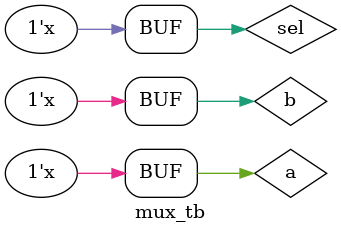
<source format=v>
`timescale 1ns / 1ps

///Design code 
module mux(
    input a,b,sel,
    output y
    );
    
    wire t1, t2, t3;
    // output input, input..
    not n1 (t1,sel);
    and a1 (t2, a, t1);
    and a2 (t3, b, sel);
    or  o1 (y, t2, t3);
    
endmodule

///Testbench 
module mux_tb();

reg a,b,sel;
wire y;

initial begin
a = 0;
b = 0;
sel = 0;
end 

mux dut(a,b,sel,y);

//Clocks for inputs
always #5 a = ~a;
always #10 b = ~b;
always #25 sel = ~sel;


endmodule






</source>
